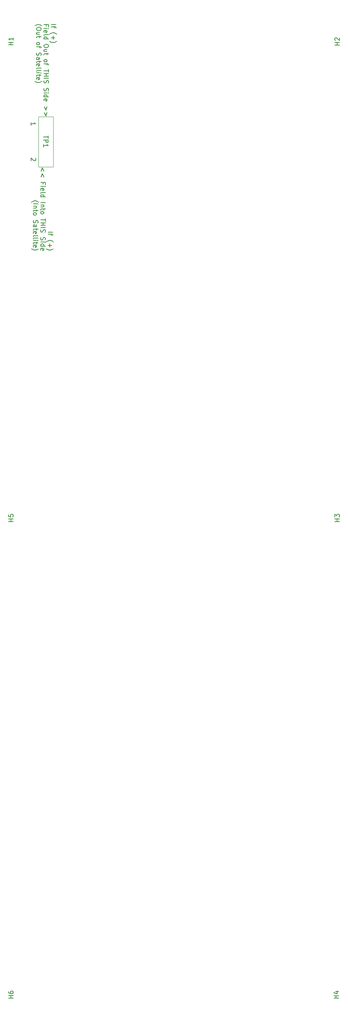
<source format=gto>
%TF.GenerationSoftware,KiCad,Pcbnew,9.0.1*%
%TF.CreationDate,2025-04-06T17:44:16-07:00*%
%TF.ProjectId,Coil_Panel_XY,436f696c-5f50-4616-9e65-6c5f58592e6b,2.2*%
%TF.SameCoordinates,Original*%
%TF.FileFunction,Legend,Top*%
%TF.FilePolarity,Positive*%
%FSLAX46Y46*%
G04 Gerber Fmt 4.6, Leading zero omitted, Abs format (unit mm)*
G04 Created by KiCad (PCBNEW 9.0.1) date 2025-04-06 17:44:16*
%MOMM*%
%LPD*%
G01*
G04 APERTURE LIST*
%ADD10C,0.150000*%
%ADD11C,0.120000*%
%ADD12C,2.600000*%
%ADD13C,3.800000*%
G04 APERTURE END LIST*
D10*
X43904068Y-20340779D02*
X44904068Y-20340779D01*
X44570735Y-20674112D02*
X44570735Y-21055064D01*
X43904068Y-20816969D02*
X44761211Y-20816969D01*
X44761211Y-20816969D02*
X44856449Y-20864588D01*
X44856449Y-20864588D02*
X44904068Y-20959826D01*
X44904068Y-20959826D02*
X44904068Y-21055064D01*
X43523116Y-22436017D02*
X43570735Y-22388398D01*
X43570735Y-22388398D02*
X43713592Y-22293160D01*
X43713592Y-22293160D02*
X43808830Y-22245541D01*
X43808830Y-22245541D02*
X43951688Y-22197922D01*
X43951688Y-22197922D02*
X44189783Y-22150303D01*
X44189783Y-22150303D02*
X44380259Y-22150303D01*
X44380259Y-22150303D02*
X44618354Y-22197922D01*
X44618354Y-22197922D02*
X44761211Y-22245541D01*
X44761211Y-22245541D02*
X44856449Y-22293160D01*
X44856449Y-22293160D02*
X44999307Y-22388398D01*
X44999307Y-22388398D02*
X45046926Y-22436017D01*
X44285021Y-22816970D02*
X44285021Y-23578875D01*
X43904068Y-23197922D02*
X44665973Y-23197922D01*
X43523116Y-23959827D02*
X43570735Y-24007446D01*
X43570735Y-24007446D02*
X43713592Y-24102684D01*
X43713592Y-24102684D02*
X43808830Y-24150303D01*
X43808830Y-24150303D02*
X43951688Y-24197922D01*
X43951688Y-24197922D02*
X44189783Y-24245541D01*
X44189783Y-24245541D02*
X44380259Y-24245541D01*
X44380259Y-24245541D02*
X44618354Y-24197922D01*
X44618354Y-24197922D02*
X44761211Y-24150303D01*
X44761211Y-24150303D02*
X44856449Y-24102684D01*
X44856449Y-24102684D02*
X44999307Y-24007446D01*
X44999307Y-24007446D02*
X45046926Y-23959827D01*
X42817934Y-20674112D02*
X42817934Y-20340779D01*
X42294124Y-20340779D02*
X43294124Y-20340779D01*
X43294124Y-20340779D02*
X43294124Y-20816969D01*
X42294124Y-21197922D02*
X42960791Y-21197922D01*
X43294124Y-21197922D02*
X43246505Y-21150303D01*
X43246505Y-21150303D02*
X43198886Y-21197922D01*
X43198886Y-21197922D02*
X43246505Y-21245541D01*
X43246505Y-21245541D02*
X43294124Y-21197922D01*
X43294124Y-21197922D02*
X43198886Y-21197922D01*
X42341744Y-22055064D02*
X42294124Y-21959826D01*
X42294124Y-21959826D02*
X42294124Y-21769350D01*
X42294124Y-21769350D02*
X42341744Y-21674112D01*
X42341744Y-21674112D02*
X42436982Y-21626493D01*
X42436982Y-21626493D02*
X42817934Y-21626493D01*
X42817934Y-21626493D02*
X42913172Y-21674112D01*
X42913172Y-21674112D02*
X42960791Y-21769350D01*
X42960791Y-21769350D02*
X42960791Y-21959826D01*
X42960791Y-21959826D02*
X42913172Y-22055064D01*
X42913172Y-22055064D02*
X42817934Y-22102683D01*
X42817934Y-22102683D02*
X42722696Y-22102683D01*
X42722696Y-22102683D02*
X42627458Y-21626493D01*
X42294124Y-22674112D02*
X42341744Y-22578874D01*
X42341744Y-22578874D02*
X42436982Y-22531255D01*
X42436982Y-22531255D02*
X43294124Y-22531255D01*
X42294124Y-23483636D02*
X43294124Y-23483636D01*
X42341744Y-23483636D02*
X42294124Y-23388398D01*
X42294124Y-23388398D02*
X42294124Y-23197922D01*
X42294124Y-23197922D02*
X42341744Y-23102684D01*
X42341744Y-23102684D02*
X42389363Y-23055065D01*
X42389363Y-23055065D02*
X42484601Y-23007446D01*
X42484601Y-23007446D02*
X42770315Y-23007446D01*
X42770315Y-23007446D02*
X42865553Y-23055065D01*
X42865553Y-23055065D02*
X42913172Y-23102684D01*
X42913172Y-23102684D02*
X42960791Y-23197922D01*
X42960791Y-23197922D02*
X42960791Y-23388398D01*
X42960791Y-23388398D02*
X42913172Y-23483636D01*
X43294124Y-24912208D02*
X43294124Y-25102684D01*
X43294124Y-25102684D02*
X43246505Y-25197922D01*
X43246505Y-25197922D02*
X43151267Y-25293160D01*
X43151267Y-25293160D02*
X42960791Y-25340779D01*
X42960791Y-25340779D02*
X42627458Y-25340779D01*
X42627458Y-25340779D02*
X42436982Y-25293160D01*
X42436982Y-25293160D02*
X42341744Y-25197922D01*
X42341744Y-25197922D02*
X42294124Y-25102684D01*
X42294124Y-25102684D02*
X42294124Y-24912208D01*
X42294124Y-24912208D02*
X42341744Y-24816970D01*
X42341744Y-24816970D02*
X42436982Y-24721732D01*
X42436982Y-24721732D02*
X42627458Y-24674113D01*
X42627458Y-24674113D02*
X42960791Y-24674113D01*
X42960791Y-24674113D02*
X43151267Y-24721732D01*
X43151267Y-24721732D02*
X43246505Y-24816970D01*
X43246505Y-24816970D02*
X43294124Y-24912208D01*
X42960791Y-26197922D02*
X42294124Y-26197922D01*
X42960791Y-25769351D02*
X42436982Y-25769351D01*
X42436982Y-25769351D02*
X42341744Y-25816970D01*
X42341744Y-25816970D02*
X42294124Y-25912208D01*
X42294124Y-25912208D02*
X42294124Y-26055065D01*
X42294124Y-26055065D02*
X42341744Y-26150303D01*
X42341744Y-26150303D02*
X42389363Y-26197922D01*
X42960791Y-26531256D02*
X42960791Y-26912208D01*
X43294124Y-26674113D02*
X42436982Y-26674113D01*
X42436982Y-26674113D02*
X42341744Y-26721732D01*
X42341744Y-26721732D02*
X42294124Y-26816970D01*
X42294124Y-26816970D02*
X42294124Y-26912208D01*
X42294124Y-28150304D02*
X42341744Y-28055066D01*
X42341744Y-28055066D02*
X42389363Y-28007447D01*
X42389363Y-28007447D02*
X42484601Y-27959828D01*
X42484601Y-27959828D02*
X42770315Y-27959828D01*
X42770315Y-27959828D02*
X42865553Y-28007447D01*
X42865553Y-28007447D02*
X42913172Y-28055066D01*
X42913172Y-28055066D02*
X42960791Y-28150304D01*
X42960791Y-28150304D02*
X42960791Y-28293161D01*
X42960791Y-28293161D02*
X42913172Y-28388399D01*
X42913172Y-28388399D02*
X42865553Y-28436018D01*
X42865553Y-28436018D02*
X42770315Y-28483637D01*
X42770315Y-28483637D02*
X42484601Y-28483637D01*
X42484601Y-28483637D02*
X42389363Y-28436018D01*
X42389363Y-28436018D02*
X42341744Y-28388399D01*
X42341744Y-28388399D02*
X42294124Y-28293161D01*
X42294124Y-28293161D02*
X42294124Y-28150304D01*
X42960791Y-28769352D02*
X42960791Y-29150304D01*
X42294124Y-28912209D02*
X43151267Y-28912209D01*
X43151267Y-28912209D02*
X43246505Y-28959828D01*
X43246505Y-28959828D02*
X43294124Y-29055066D01*
X43294124Y-29055066D02*
X43294124Y-29150304D01*
X43294124Y-30102686D02*
X43294124Y-30674114D01*
X42294124Y-30388400D02*
X43294124Y-30388400D01*
X42294124Y-31007448D02*
X43294124Y-31007448D01*
X42817934Y-31007448D02*
X42817934Y-31578876D01*
X42294124Y-31578876D02*
X43294124Y-31578876D01*
X42294124Y-32055067D02*
X43294124Y-32055067D01*
X42341744Y-32483638D02*
X42294124Y-32626495D01*
X42294124Y-32626495D02*
X42294124Y-32864590D01*
X42294124Y-32864590D02*
X42341744Y-32959828D01*
X42341744Y-32959828D02*
X42389363Y-33007447D01*
X42389363Y-33007447D02*
X42484601Y-33055066D01*
X42484601Y-33055066D02*
X42579839Y-33055066D01*
X42579839Y-33055066D02*
X42675077Y-33007447D01*
X42675077Y-33007447D02*
X42722696Y-32959828D01*
X42722696Y-32959828D02*
X42770315Y-32864590D01*
X42770315Y-32864590D02*
X42817934Y-32674114D01*
X42817934Y-32674114D02*
X42865553Y-32578876D01*
X42865553Y-32578876D02*
X42913172Y-32531257D01*
X42913172Y-32531257D02*
X43008410Y-32483638D01*
X43008410Y-32483638D02*
X43103648Y-32483638D01*
X43103648Y-32483638D02*
X43198886Y-32531257D01*
X43198886Y-32531257D02*
X43246505Y-32578876D01*
X43246505Y-32578876D02*
X43294124Y-32674114D01*
X43294124Y-32674114D02*
X43294124Y-32912209D01*
X43294124Y-32912209D02*
X43246505Y-33055066D01*
X42341744Y-34197924D02*
X42294124Y-34340781D01*
X42294124Y-34340781D02*
X42294124Y-34578876D01*
X42294124Y-34578876D02*
X42341744Y-34674114D01*
X42341744Y-34674114D02*
X42389363Y-34721733D01*
X42389363Y-34721733D02*
X42484601Y-34769352D01*
X42484601Y-34769352D02*
X42579839Y-34769352D01*
X42579839Y-34769352D02*
X42675077Y-34721733D01*
X42675077Y-34721733D02*
X42722696Y-34674114D01*
X42722696Y-34674114D02*
X42770315Y-34578876D01*
X42770315Y-34578876D02*
X42817934Y-34388400D01*
X42817934Y-34388400D02*
X42865553Y-34293162D01*
X42865553Y-34293162D02*
X42913172Y-34245543D01*
X42913172Y-34245543D02*
X43008410Y-34197924D01*
X43008410Y-34197924D02*
X43103648Y-34197924D01*
X43103648Y-34197924D02*
X43198886Y-34245543D01*
X43198886Y-34245543D02*
X43246505Y-34293162D01*
X43246505Y-34293162D02*
X43294124Y-34388400D01*
X43294124Y-34388400D02*
X43294124Y-34626495D01*
X43294124Y-34626495D02*
X43246505Y-34769352D01*
X42294124Y-35197924D02*
X42960791Y-35197924D01*
X43294124Y-35197924D02*
X43246505Y-35150305D01*
X43246505Y-35150305D02*
X43198886Y-35197924D01*
X43198886Y-35197924D02*
X43246505Y-35245543D01*
X43246505Y-35245543D02*
X43294124Y-35197924D01*
X43294124Y-35197924D02*
X43198886Y-35197924D01*
X42294124Y-36102685D02*
X43294124Y-36102685D01*
X42341744Y-36102685D02*
X42294124Y-36007447D01*
X42294124Y-36007447D02*
X42294124Y-35816971D01*
X42294124Y-35816971D02*
X42341744Y-35721733D01*
X42341744Y-35721733D02*
X42389363Y-35674114D01*
X42389363Y-35674114D02*
X42484601Y-35626495D01*
X42484601Y-35626495D02*
X42770315Y-35626495D01*
X42770315Y-35626495D02*
X42865553Y-35674114D01*
X42865553Y-35674114D02*
X42913172Y-35721733D01*
X42913172Y-35721733D02*
X42960791Y-35816971D01*
X42960791Y-35816971D02*
X42960791Y-36007447D01*
X42960791Y-36007447D02*
X42913172Y-36102685D01*
X42341744Y-36959828D02*
X42294124Y-36864590D01*
X42294124Y-36864590D02*
X42294124Y-36674114D01*
X42294124Y-36674114D02*
X42341744Y-36578876D01*
X42341744Y-36578876D02*
X42436982Y-36531257D01*
X42436982Y-36531257D02*
X42817934Y-36531257D01*
X42817934Y-36531257D02*
X42913172Y-36578876D01*
X42913172Y-36578876D02*
X42960791Y-36674114D01*
X42960791Y-36674114D02*
X42960791Y-36864590D01*
X42960791Y-36864590D02*
X42913172Y-36959828D01*
X42913172Y-36959828D02*
X42817934Y-37007447D01*
X42817934Y-37007447D02*
X42722696Y-37007447D01*
X42722696Y-37007447D02*
X42627458Y-36531257D01*
X42960791Y-38197924D02*
X42675077Y-38959829D01*
X42675077Y-38959829D02*
X42389363Y-38197924D01*
X42960791Y-39436019D02*
X42675077Y-40197924D01*
X42675077Y-40197924D02*
X42389363Y-39436019D01*
X40303228Y-20626493D02*
X40350847Y-20578874D01*
X40350847Y-20578874D02*
X40493704Y-20483636D01*
X40493704Y-20483636D02*
X40588942Y-20436017D01*
X40588942Y-20436017D02*
X40731800Y-20388398D01*
X40731800Y-20388398D02*
X40969895Y-20340779D01*
X40969895Y-20340779D02*
X41160371Y-20340779D01*
X41160371Y-20340779D02*
X41398466Y-20388398D01*
X41398466Y-20388398D02*
X41541323Y-20436017D01*
X41541323Y-20436017D02*
X41636561Y-20483636D01*
X41636561Y-20483636D02*
X41779419Y-20578874D01*
X41779419Y-20578874D02*
X41827038Y-20626493D01*
X41684180Y-21197922D02*
X41684180Y-21388398D01*
X41684180Y-21388398D02*
X41636561Y-21483636D01*
X41636561Y-21483636D02*
X41541323Y-21578874D01*
X41541323Y-21578874D02*
X41350847Y-21626493D01*
X41350847Y-21626493D02*
X41017514Y-21626493D01*
X41017514Y-21626493D02*
X40827038Y-21578874D01*
X40827038Y-21578874D02*
X40731800Y-21483636D01*
X40731800Y-21483636D02*
X40684180Y-21388398D01*
X40684180Y-21388398D02*
X40684180Y-21197922D01*
X40684180Y-21197922D02*
X40731800Y-21102684D01*
X40731800Y-21102684D02*
X40827038Y-21007446D01*
X40827038Y-21007446D02*
X41017514Y-20959827D01*
X41017514Y-20959827D02*
X41350847Y-20959827D01*
X41350847Y-20959827D02*
X41541323Y-21007446D01*
X41541323Y-21007446D02*
X41636561Y-21102684D01*
X41636561Y-21102684D02*
X41684180Y-21197922D01*
X41350847Y-22483636D02*
X40684180Y-22483636D01*
X41350847Y-22055065D02*
X40827038Y-22055065D01*
X40827038Y-22055065D02*
X40731800Y-22102684D01*
X40731800Y-22102684D02*
X40684180Y-22197922D01*
X40684180Y-22197922D02*
X40684180Y-22340779D01*
X40684180Y-22340779D02*
X40731800Y-22436017D01*
X40731800Y-22436017D02*
X40779419Y-22483636D01*
X41350847Y-22816970D02*
X41350847Y-23197922D01*
X41684180Y-22959827D02*
X40827038Y-22959827D01*
X40827038Y-22959827D02*
X40731800Y-23007446D01*
X40731800Y-23007446D02*
X40684180Y-23102684D01*
X40684180Y-23102684D02*
X40684180Y-23197922D01*
X40684180Y-24436018D02*
X40731800Y-24340780D01*
X40731800Y-24340780D02*
X40779419Y-24293161D01*
X40779419Y-24293161D02*
X40874657Y-24245542D01*
X40874657Y-24245542D02*
X41160371Y-24245542D01*
X41160371Y-24245542D02*
X41255609Y-24293161D01*
X41255609Y-24293161D02*
X41303228Y-24340780D01*
X41303228Y-24340780D02*
X41350847Y-24436018D01*
X41350847Y-24436018D02*
X41350847Y-24578875D01*
X41350847Y-24578875D02*
X41303228Y-24674113D01*
X41303228Y-24674113D02*
X41255609Y-24721732D01*
X41255609Y-24721732D02*
X41160371Y-24769351D01*
X41160371Y-24769351D02*
X40874657Y-24769351D01*
X40874657Y-24769351D02*
X40779419Y-24721732D01*
X40779419Y-24721732D02*
X40731800Y-24674113D01*
X40731800Y-24674113D02*
X40684180Y-24578875D01*
X40684180Y-24578875D02*
X40684180Y-24436018D01*
X41350847Y-25055066D02*
X41350847Y-25436018D01*
X40684180Y-25197923D02*
X41541323Y-25197923D01*
X41541323Y-25197923D02*
X41636561Y-25245542D01*
X41636561Y-25245542D02*
X41684180Y-25340780D01*
X41684180Y-25340780D02*
X41684180Y-25436018D01*
X40731800Y-26483638D02*
X40684180Y-26626495D01*
X40684180Y-26626495D02*
X40684180Y-26864590D01*
X40684180Y-26864590D02*
X40731800Y-26959828D01*
X40731800Y-26959828D02*
X40779419Y-27007447D01*
X40779419Y-27007447D02*
X40874657Y-27055066D01*
X40874657Y-27055066D02*
X40969895Y-27055066D01*
X40969895Y-27055066D02*
X41065133Y-27007447D01*
X41065133Y-27007447D02*
X41112752Y-26959828D01*
X41112752Y-26959828D02*
X41160371Y-26864590D01*
X41160371Y-26864590D02*
X41207990Y-26674114D01*
X41207990Y-26674114D02*
X41255609Y-26578876D01*
X41255609Y-26578876D02*
X41303228Y-26531257D01*
X41303228Y-26531257D02*
X41398466Y-26483638D01*
X41398466Y-26483638D02*
X41493704Y-26483638D01*
X41493704Y-26483638D02*
X41588942Y-26531257D01*
X41588942Y-26531257D02*
X41636561Y-26578876D01*
X41636561Y-26578876D02*
X41684180Y-26674114D01*
X41684180Y-26674114D02*
X41684180Y-26912209D01*
X41684180Y-26912209D02*
X41636561Y-27055066D01*
X40684180Y-27912209D02*
X41207990Y-27912209D01*
X41207990Y-27912209D02*
X41303228Y-27864590D01*
X41303228Y-27864590D02*
X41350847Y-27769352D01*
X41350847Y-27769352D02*
X41350847Y-27578876D01*
X41350847Y-27578876D02*
X41303228Y-27483638D01*
X40731800Y-27912209D02*
X40684180Y-27816971D01*
X40684180Y-27816971D02*
X40684180Y-27578876D01*
X40684180Y-27578876D02*
X40731800Y-27483638D01*
X40731800Y-27483638D02*
X40827038Y-27436019D01*
X40827038Y-27436019D02*
X40922276Y-27436019D01*
X40922276Y-27436019D02*
X41017514Y-27483638D01*
X41017514Y-27483638D02*
X41065133Y-27578876D01*
X41065133Y-27578876D02*
X41065133Y-27816971D01*
X41065133Y-27816971D02*
X41112752Y-27912209D01*
X41350847Y-28245543D02*
X41350847Y-28626495D01*
X41684180Y-28388400D02*
X40827038Y-28388400D01*
X40827038Y-28388400D02*
X40731800Y-28436019D01*
X40731800Y-28436019D02*
X40684180Y-28531257D01*
X40684180Y-28531257D02*
X40684180Y-28626495D01*
X40731800Y-29340781D02*
X40684180Y-29245543D01*
X40684180Y-29245543D02*
X40684180Y-29055067D01*
X40684180Y-29055067D02*
X40731800Y-28959829D01*
X40731800Y-28959829D02*
X40827038Y-28912210D01*
X40827038Y-28912210D02*
X41207990Y-28912210D01*
X41207990Y-28912210D02*
X41303228Y-28959829D01*
X41303228Y-28959829D02*
X41350847Y-29055067D01*
X41350847Y-29055067D02*
X41350847Y-29245543D01*
X41350847Y-29245543D02*
X41303228Y-29340781D01*
X41303228Y-29340781D02*
X41207990Y-29388400D01*
X41207990Y-29388400D02*
X41112752Y-29388400D01*
X41112752Y-29388400D02*
X41017514Y-28912210D01*
X40684180Y-29959829D02*
X40731800Y-29864591D01*
X40731800Y-29864591D02*
X40827038Y-29816972D01*
X40827038Y-29816972D02*
X41684180Y-29816972D01*
X40684180Y-30483639D02*
X40731800Y-30388401D01*
X40731800Y-30388401D02*
X40827038Y-30340782D01*
X40827038Y-30340782D02*
X41684180Y-30340782D01*
X40684180Y-30864592D02*
X41350847Y-30864592D01*
X41684180Y-30864592D02*
X41636561Y-30816973D01*
X41636561Y-30816973D02*
X41588942Y-30864592D01*
X41588942Y-30864592D02*
X41636561Y-30912211D01*
X41636561Y-30912211D02*
X41684180Y-30864592D01*
X41684180Y-30864592D02*
X41588942Y-30864592D01*
X41350847Y-31197925D02*
X41350847Y-31578877D01*
X41684180Y-31340782D02*
X40827038Y-31340782D01*
X40827038Y-31340782D02*
X40731800Y-31388401D01*
X40731800Y-31388401D02*
X40684180Y-31483639D01*
X40684180Y-31483639D02*
X40684180Y-31578877D01*
X40731800Y-32293163D02*
X40684180Y-32197925D01*
X40684180Y-32197925D02*
X40684180Y-32007449D01*
X40684180Y-32007449D02*
X40731800Y-31912211D01*
X40731800Y-31912211D02*
X40827038Y-31864592D01*
X40827038Y-31864592D02*
X41207990Y-31864592D01*
X41207990Y-31864592D02*
X41303228Y-31912211D01*
X41303228Y-31912211D02*
X41350847Y-32007449D01*
X41350847Y-32007449D02*
X41350847Y-32197925D01*
X41350847Y-32197925D02*
X41303228Y-32293163D01*
X41303228Y-32293163D02*
X41207990Y-32340782D01*
X41207990Y-32340782D02*
X41112752Y-32340782D01*
X41112752Y-32340782D02*
X41017514Y-31864592D01*
X40303228Y-32674116D02*
X40350847Y-32721735D01*
X40350847Y-32721735D02*
X40493704Y-32816973D01*
X40493704Y-32816973D02*
X40588942Y-32864592D01*
X40588942Y-32864592D02*
X40731800Y-32912211D01*
X40731800Y-32912211D02*
X40969895Y-32959830D01*
X40969895Y-32959830D02*
X41160371Y-32959830D01*
X41160371Y-32959830D02*
X41398466Y-32912211D01*
X41398466Y-32912211D02*
X41541323Y-32864592D01*
X41541323Y-32864592D02*
X41636561Y-32816973D01*
X41636561Y-32816973D02*
X41779419Y-32721735D01*
X41779419Y-32721735D02*
X41827038Y-32674116D01*
X40438942Y-49421529D02*
X40486561Y-49469148D01*
X40486561Y-49469148D02*
X40534180Y-49564386D01*
X40534180Y-49564386D02*
X40534180Y-49802481D01*
X40534180Y-49802481D02*
X40486561Y-49897719D01*
X40486561Y-49897719D02*
X40438942Y-49945338D01*
X40438942Y-49945338D02*
X40343704Y-49992957D01*
X40343704Y-49992957D02*
X40248466Y-49992957D01*
X40248466Y-49992957D02*
X40105609Y-49945338D01*
X40105609Y-49945338D02*
X39534180Y-49373910D01*
X39534180Y-49373910D02*
X39534180Y-49992957D01*
X43204068Y-65532458D02*
X44204068Y-65532458D01*
X43870735Y-65865791D02*
X43870735Y-66246743D01*
X43204068Y-66008648D02*
X44061211Y-66008648D01*
X44061211Y-66008648D02*
X44156449Y-66056267D01*
X44156449Y-66056267D02*
X44204068Y-66151505D01*
X44204068Y-66151505D02*
X44204068Y-66246743D01*
X42823116Y-67627696D02*
X42870735Y-67580077D01*
X42870735Y-67580077D02*
X43013592Y-67484839D01*
X43013592Y-67484839D02*
X43108830Y-67437220D01*
X43108830Y-67437220D02*
X43251688Y-67389601D01*
X43251688Y-67389601D02*
X43489783Y-67341982D01*
X43489783Y-67341982D02*
X43680259Y-67341982D01*
X43680259Y-67341982D02*
X43918354Y-67389601D01*
X43918354Y-67389601D02*
X44061211Y-67437220D01*
X44061211Y-67437220D02*
X44156449Y-67484839D01*
X44156449Y-67484839D02*
X44299307Y-67580077D01*
X44299307Y-67580077D02*
X44346926Y-67627696D01*
X43585021Y-68008649D02*
X43585021Y-68770554D01*
X43204068Y-68389601D02*
X43965973Y-68389601D01*
X42823116Y-69151506D02*
X42870735Y-69199125D01*
X42870735Y-69199125D02*
X43013592Y-69294363D01*
X43013592Y-69294363D02*
X43108830Y-69341982D01*
X43108830Y-69341982D02*
X43251688Y-69389601D01*
X43251688Y-69389601D02*
X43489783Y-69437220D01*
X43489783Y-69437220D02*
X43680259Y-69437220D01*
X43680259Y-69437220D02*
X43918354Y-69389601D01*
X43918354Y-69389601D02*
X44061211Y-69341982D01*
X44061211Y-69341982D02*
X44156449Y-69294363D01*
X44156449Y-69294363D02*
X44299307Y-69199125D01*
X44299307Y-69199125D02*
X44346926Y-69151506D01*
X42260791Y-52246744D02*
X41975077Y-51484839D01*
X41975077Y-51484839D02*
X41689363Y-52246744D01*
X42260791Y-53484839D02*
X41975077Y-52722934D01*
X41975077Y-52722934D02*
X41689363Y-53484839D01*
X42117934Y-55056267D02*
X42117934Y-54722934D01*
X41594124Y-54722934D02*
X42594124Y-54722934D01*
X42594124Y-54722934D02*
X42594124Y-55199124D01*
X41594124Y-55580077D02*
X42260791Y-55580077D01*
X42594124Y-55580077D02*
X42546505Y-55532458D01*
X42546505Y-55532458D02*
X42498886Y-55580077D01*
X42498886Y-55580077D02*
X42546505Y-55627696D01*
X42546505Y-55627696D02*
X42594124Y-55580077D01*
X42594124Y-55580077D02*
X42498886Y-55580077D01*
X41641744Y-56437219D02*
X41594124Y-56341981D01*
X41594124Y-56341981D02*
X41594124Y-56151505D01*
X41594124Y-56151505D02*
X41641744Y-56056267D01*
X41641744Y-56056267D02*
X41736982Y-56008648D01*
X41736982Y-56008648D02*
X42117934Y-56008648D01*
X42117934Y-56008648D02*
X42213172Y-56056267D01*
X42213172Y-56056267D02*
X42260791Y-56151505D01*
X42260791Y-56151505D02*
X42260791Y-56341981D01*
X42260791Y-56341981D02*
X42213172Y-56437219D01*
X42213172Y-56437219D02*
X42117934Y-56484838D01*
X42117934Y-56484838D02*
X42022696Y-56484838D01*
X42022696Y-56484838D02*
X41927458Y-56008648D01*
X41594124Y-57056267D02*
X41641744Y-56961029D01*
X41641744Y-56961029D02*
X41736982Y-56913410D01*
X41736982Y-56913410D02*
X42594124Y-56913410D01*
X41594124Y-57865791D02*
X42594124Y-57865791D01*
X41641744Y-57865791D02*
X41594124Y-57770553D01*
X41594124Y-57770553D02*
X41594124Y-57580077D01*
X41594124Y-57580077D02*
X41641744Y-57484839D01*
X41641744Y-57484839D02*
X41689363Y-57437220D01*
X41689363Y-57437220D02*
X41784601Y-57389601D01*
X41784601Y-57389601D02*
X42070315Y-57389601D01*
X42070315Y-57389601D02*
X42165553Y-57437220D01*
X42165553Y-57437220D02*
X42213172Y-57484839D01*
X42213172Y-57484839D02*
X42260791Y-57580077D01*
X42260791Y-57580077D02*
X42260791Y-57770553D01*
X42260791Y-57770553D02*
X42213172Y-57865791D01*
X41594124Y-59103887D02*
X42594124Y-59103887D01*
X42260791Y-59580077D02*
X41594124Y-59580077D01*
X42165553Y-59580077D02*
X42213172Y-59627696D01*
X42213172Y-59627696D02*
X42260791Y-59722934D01*
X42260791Y-59722934D02*
X42260791Y-59865791D01*
X42260791Y-59865791D02*
X42213172Y-59961029D01*
X42213172Y-59961029D02*
X42117934Y-60008648D01*
X42117934Y-60008648D02*
X41594124Y-60008648D01*
X42260791Y-60341982D02*
X42260791Y-60722934D01*
X42594124Y-60484839D02*
X41736982Y-60484839D01*
X41736982Y-60484839D02*
X41641744Y-60532458D01*
X41641744Y-60532458D02*
X41594124Y-60627696D01*
X41594124Y-60627696D02*
X41594124Y-60722934D01*
X41594124Y-61199125D02*
X41641744Y-61103887D01*
X41641744Y-61103887D02*
X41689363Y-61056268D01*
X41689363Y-61056268D02*
X41784601Y-61008649D01*
X41784601Y-61008649D02*
X42070315Y-61008649D01*
X42070315Y-61008649D02*
X42165553Y-61056268D01*
X42165553Y-61056268D02*
X42213172Y-61103887D01*
X42213172Y-61103887D02*
X42260791Y-61199125D01*
X42260791Y-61199125D02*
X42260791Y-61341982D01*
X42260791Y-61341982D02*
X42213172Y-61437220D01*
X42213172Y-61437220D02*
X42165553Y-61484839D01*
X42165553Y-61484839D02*
X42070315Y-61532458D01*
X42070315Y-61532458D02*
X41784601Y-61532458D01*
X41784601Y-61532458D02*
X41689363Y-61484839D01*
X41689363Y-61484839D02*
X41641744Y-61437220D01*
X41641744Y-61437220D02*
X41594124Y-61341982D01*
X41594124Y-61341982D02*
X41594124Y-61199125D01*
X42594124Y-62580078D02*
X42594124Y-63151506D01*
X41594124Y-62865792D02*
X42594124Y-62865792D01*
X41594124Y-63484840D02*
X42594124Y-63484840D01*
X42117934Y-63484840D02*
X42117934Y-64056268D01*
X41594124Y-64056268D02*
X42594124Y-64056268D01*
X41594124Y-64532459D02*
X42594124Y-64532459D01*
X41641744Y-64961030D02*
X41594124Y-65103887D01*
X41594124Y-65103887D02*
X41594124Y-65341982D01*
X41594124Y-65341982D02*
X41641744Y-65437220D01*
X41641744Y-65437220D02*
X41689363Y-65484839D01*
X41689363Y-65484839D02*
X41784601Y-65532458D01*
X41784601Y-65532458D02*
X41879839Y-65532458D01*
X41879839Y-65532458D02*
X41975077Y-65484839D01*
X41975077Y-65484839D02*
X42022696Y-65437220D01*
X42022696Y-65437220D02*
X42070315Y-65341982D01*
X42070315Y-65341982D02*
X42117934Y-65151506D01*
X42117934Y-65151506D02*
X42165553Y-65056268D01*
X42165553Y-65056268D02*
X42213172Y-65008649D01*
X42213172Y-65008649D02*
X42308410Y-64961030D01*
X42308410Y-64961030D02*
X42403648Y-64961030D01*
X42403648Y-64961030D02*
X42498886Y-65008649D01*
X42498886Y-65008649D02*
X42546505Y-65056268D01*
X42546505Y-65056268D02*
X42594124Y-65151506D01*
X42594124Y-65151506D02*
X42594124Y-65389601D01*
X42594124Y-65389601D02*
X42546505Y-65532458D01*
X41641744Y-66675316D02*
X41594124Y-66818173D01*
X41594124Y-66818173D02*
X41594124Y-67056268D01*
X41594124Y-67056268D02*
X41641744Y-67151506D01*
X41641744Y-67151506D02*
X41689363Y-67199125D01*
X41689363Y-67199125D02*
X41784601Y-67246744D01*
X41784601Y-67246744D02*
X41879839Y-67246744D01*
X41879839Y-67246744D02*
X41975077Y-67199125D01*
X41975077Y-67199125D02*
X42022696Y-67151506D01*
X42022696Y-67151506D02*
X42070315Y-67056268D01*
X42070315Y-67056268D02*
X42117934Y-66865792D01*
X42117934Y-66865792D02*
X42165553Y-66770554D01*
X42165553Y-66770554D02*
X42213172Y-66722935D01*
X42213172Y-66722935D02*
X42308410Y-66675316D01*
X42308410Y-66675316D02*
X42403648Y-66675316D01*
X42403648Y-66675316D02*
X42498886Y-66722935D01*
X42498886Y-66722935D02*
X42546505Y-66770554D01*
X42546505Y-66770554D02*
X42594124Y-66865792D01*
X42594124Y-66865792D02*
X42594124Y-67103887D01*
X42594124Y-67103887D02*
X42546505Y-67246744D01*
X41594124Y-67675316D02*
X42260791Y-67675316D01*
X42594124Y-67675316D02*
X42546505Y-67627697D01*
X42546505Y-67627697D02*
X42498886Y-67675316D01*
X42498886Y-67675316D02*
X42546505Y-67722935D01*
X42546505Y-67722935D02*
X42594124Y-67675316D01*
X42594124Y-67675316D02*
X42498886Y-67675316D01*
X41594124Y-68580077D02*
X42594124Y-68580077D01*
X41641744Y-68580077D02*
X41594124Y-68484839D01*
X41594124Y-68484839D02*
X41594124Y-68294363D01*
X41594124Y-68294363D02*
X41641744Y-68199125D01*
X41641744Y-68199125D02*
X41689363Y-68151506D01*
X41689363Y-68151506D02*
X41784601Y-68103887D01*
X41784601Y-68103887D02*
X42070315Y-68103887D01*
X42070315Y-68103887D02*
X42165553Y-68151506D01*
X42165553Y-68151506D02*
X42213172Y-68199125D01*
X42213172Y-68199125D02*
X42260791Y-68294363D01*
X42260791Y-68294363D02*
X42260791Y-68484839D01*
X42260791Y-68484839D02*
X42213172Y-68580077D01*
X41641744Y-69437220D02*
X41594124Y-69341982D01*
X41594124Y-69341982D02*
X41594124Y-69151506D01*
X41594124Y-69151506D02*
X41641744Y-69056268D01*
X41641744Y-69056268D02*
X41736982Y-69008649D01*
X41736982Y-69008649D02*
X42117934Y-69008649D01*
X42117934Y-69008649D02*
X42213172Y-69056268D01*
X42213172Y-69056268D02*
X42260791Y-69151506D01*
X42260791Y-69151506D02*
X42260791Y-69341982D01*
X42260791Y-69341982D02*
X42213172Y-69437220D01*
X42213172Y-69437220D02*
X42117934Y-69484839D01*
X42117934Y-69484839D02*
X42022696Y-69484839D01*
X42022696Y-69484839D02*
X41927458Y-69008649D01*
X39603228Y-59008646D02*
X39650847Y-58961027D01*
X39650847Y-58961027D02*
X39793704Y-58865789D01*
X39793704Y-58865789D02*
X39888942Y-58818170D01*
X39888942Y-58818170D02*
X40031800Y-58770551D01*
X40031800Y-58770551D02*
X40269895Y-58722932D01*
X40269895Y-58722932D02*
X40460371Y-58722932D01*
X40460371Y-58722932D02*
X40698466Y-58770551D01*
X40698466Y-58770551D02*
X40841323Y-58818170D01*
X40841323Y-58818170D02*
X40936561Y-58865789D01*
X40936561Y-58865789D02*
X41079419Y-58961027D01*
X41079419Y-58961027D02*
X41127038Y-59008646D01*
X39984180Y-59389599D02*
X40984180Y-59389599D01*
X40650847Y-59865789D02*
X39984180Y-59865789D01*
X40555609Y-59865789D02*
X40603228Y-59913408D01*
X40603228Y-59913408D02*
X40650847Y-60008646D01*
X40650847Y-60008646D02*
X40650847Y-60151503D01*
X40650847Y-60151503D02*
X40603228Y-60246741D01*
X40603228Y-60246741D02*
X40507990Y-60294360D01*
X40507990Y-60294360D02*
X39984180Y-60294360D01*
X40650847Y-60627694D02*
X40650847Y-61008646D01*
X40984180Y-60770551D02*
X40127038Y-60770551D01*
X40127038Y-60770551D02*
X40031800Y-60818170D01*
X40031800Y-60818170D02*
X39984180Y-60913408D01*
X39984180Y-60913408D02*
X39984180Y-61008646D01*
X39984180Y-61484837D02*
X40031800Y-61389599D01*
X40031800Y-61389599D02*
X40079419Y-61341980D01*
X40079419Y-61341980D02*
X40174657Y-61294361D01*
X40174657Y-61294361D02*
X40460371Y-61294361D01*
X40460371Y-61294361D02*
X40555609Y-61341980D01*
X40555609Y-61341980D02*
X40603228Y-61389599D01*
X40603228Y-61389599D02*
X40650847Y-61484837D01*
X40650847Y-61484837D02*
X40650847Y-61627694D01*
X40650847Y-61627694D02*
X40603228Y-61722932D01*
X40603228Y-61722932D02*
X40555609Y-61770551D01*
X40555609Y-61770551D02*
X40460371Y-61818170D01*
X40460371Y-61818170D02*
X40174657Y-61818170D01*
X40174657Y-61818170D02*
X40079419Y-61770551D01*
X40079419Y-61770551D02*
X40031800Y-61722932D01*
X40031800Y-61722932D02*
X39984180Y-61627694D01*
X39984180Y-61627694D02*
X39984180Y-61484837D01*
X40031800Y-62961028D02*
X39984180Y-63103885D01*
X39984180Y-63103885D02*
X39984180Y-63341980D01*
X39984180Y-63341980D02*
X40031800Y-63437218D01*
X40031800Y-63437218D02*
X40079419Y-63484837D01*
X40079419Y-63484837D02*
X40174657Y-63532456D01*
X40174657Y-63532456D02*
X40269895Y-63532456D01*
X40269895Y-63532456D02*
X40365133Y-63484837D01*
X40365133Y-63484837D02*
X40412752Y-63437218D01*
X40412752Y-63437218D02*
X40460371Y-63341980D01*
X40460371Y-63341980D02*
X40507990Y-63151504D01*
X40507990Y-63151504D02*
X40555609Y-63056266D01*
X40555609Y-63056266D02*
X40603228Y-63008647D01*
X40603228Y-63008647D02*
X40698466Y-62961028D01*
X40698466Y-62961028D02*
X40793704Y-62961028D01*
X40793704Y-62961028D02*
X40888942Y-63008647D01*
X40888942Y-63008647D02*
X40936561Y-63056266D01*
X40936561Y-63056266D02*
X40984180Y-63151504D01*
X40984180Y-63151504D02*
X40984180Y-63389599D01*
X40984180Y-63389599D02*
X40936561Y-63532456D01*
X39984180Y-64389599D02*
X40507990Y-64389599D01*
X40507990Y-64389599D02*
X40603228Y-64341980D01*
X40603228Y-64341980D02*
X40650847Y-64246742D01*
X40650847Y-64246742D02*
X40650847Y-64056266D01*
X40650847Y-64056266D02*
X40603228Y-63961028D01*
X40031800Y-64389599D02*
X39984180Y-64294361D01*
X39984180Y-64294361D02*
X39984180Y-64056266D01*
X39984180Y-64056266D02*
X40031800Y-63961028D01*
X40031800Y-63961028D02*
X40127038Y-63913409D01*
X40127038Y-63913409D02*
X40222276Y-63913409D01*
X40222276Y-63913409D02*
X40317514Y-63961028D01*
X40317514Y-63961028D02*
X40365133Y-64056266D01*
X40365133Y-64056266D02*
X40365133Y-64294361D01*
X40365133Y-64294361D02*
X40412752Y-64389599D01*
X40650847Y-64722933D02*
X40650847Y-65103885D01*
X40984180Y-64865790D02*
X40127038Y-64865790D01*
X40127038Y-64865790D02*
X40031800Y-64913409D01*
X40031800Y-64913409D02*
X39984180Y-65008647D01*
X39984180Y-65008647D02*
X39984180Y-65103885D01*
X40031800Y-65818171D02*
X39984180Y-65722933D01*
X39984180Y-65722933D02*
X39984180Y-65532457D01*
X39984180Y-65532457D02*
X40031800Y-65437219D01*
X40031800Y-65437219D02*
X40127038Y-65389600D01*
X40127038Y-65389600D02*
X40507990Y-65389600D01*
X40507990Y-65389600D02*
X40603228Y-65437219D01*
X40603228Y-65437219D02*
X40650847Y-65532457D01*
X40650847Y-65532457D02*
X40650847Y-65722933D01*
X40650847Y-65722933D02*
X40603228Y-65818171D01*
X40603228Y-65818171D02*
X40507990Y-65865790D01*
X40507990Y-65865790D02*
X40412752Y-65865790D01*
X40412752Y-65865790D02*
X40317514Y-65389600D01*
X39984180Y-66437219D02*
X40031800Y-66341981D01*
X40031800Y-66341981D02*
X40127038Y-66294362D01*
X40127038Y-66294362D02*
X40984180Y-66294362D01*
X39984180Y-66961029D02*
X40031800Y-66865791D01*
X40031800Y-66865791D02*
X40127038Y-66818172D01*
X40127038Y-66818172D02*
X40984180Y-66818172D01*
X39984180Y-67341982D02*
X40650847Y-67341982D01*
X40984180Y-67341982D02*
X40936561Y-67294363D01*
X40936561Y-67294363D02*
X40888942Y-67341982D01*
X40888942Y-67341982D02*
X40936561Y-67389601D01*
X40936561Y-67389601D02*
X40984180Y-67341982D01*
X40984180Y-67341982D02*
X40888942Y-67341982D01*
X40650847Y-67675315D02*
X40650847Y-68056267D01*
X40984180Y-67818172D02*
X40127038Y-67818172D01*
X40127038Y-67818172D02*
X40031800Y-67865791D01*
X40031800Y-67865791D02*
X39984180Y-67961029D01*
X39984180Y-67961029D02*
X39984180Y-68056267D01*
X40031800Y-68770553D02*
X39984180Y-68675315D01*
X39984180Y-68675315D02*
X39984180Y-68484839D01*
X39984180Y-68484839D02*
X40031800Y-68389601D01*
X40031800Y-68389601D02*
X40127038Y-68341982D01*
X40127038Y-68341982D02*
X40507990Y-68341982D01*
X40507990Y-68341982D02*
X40603228Y-68389601D01*
X40603228Y-68389601D02*
X40650847Y-68484839D01*
X40650847Y-68484839D02*
X40650847Y-68675315D01*
X40650847Y-68675315D02*
X40603228Y-68770553D01*
X40603228Y-68770553D02*
X40507990Y-68818172D01*
X40507990Y-68818172D02*
X40412752Y-68818172D01*
X40412752Y-68818172D02*
X40317514Y-68341982D01*
X39603228Y-69151506D02*
X39650847Y-69199125D01*
X39650847Y-69199125D02*
X39793704Y-69294363D01*
X39793704Y-69294363D02*
X39888942Y-69341982D01*
X39888942Y-69341982D02*
X40031800Y-69389601D01*
X40031800Y-69389601D02*
X40269895Y-69437220D01*
X40269895Y-69437220D02*
X40460371Y-69437220D01*
X40460371Y-69437220D02*
X40698466Y-69389601D01*
X40698466Y-69389601D02*
X40841323Y-69341982D01*
X40841323Y-69341982D02*
X40936561Y-69294363D01*
X40936561Y-69294363D02*
X41079419Y-69199125D01*
X41079419Y-69199125D02*
X41127038Y-69151506D01*
X39525967Y-42226930D02*
X39525967Y-41655502D01*
X39525967Y-41941216D02*
X40525967Y-41941216D01*
X40525967Y-41941216D02*
X40383110Y-41845978D01*
X40383110Y-41845978D02*
X40287872Y-41750740D01*
X40287872Y-41750740D02*
X40240253Y-41655502D01*
X106716819Y-24794273D02*
X105716819Y-24794273D01*
X106193009Y-24794273D02*
X106193009Y-24222845D01*
X106716819Y-24222845D02*
X105716819Y-24222845D01*
X105812057Y-23794273D02*
X105764438Y-23746654D01*
X105764438Y-23746654D02*
X105716819Y-23651416D01*
X105716819Y-23651416D02*
X105716819Y-23413321D01*
X105716819Y-23413321D02*
X105764438Y-23318083D01*
X105764438Y-23318083D02*
X105812057Y-23270464D01*
X105812057Y-23270464D02*
X105907295Y-23222845D01*
X105907295Y-23222845D02*
X106002533Y-23222845D01*
X106002533Y-23222845D02*
X106145390Y-23270464D01*
X106145390Y-23270464D02*
X106716819Y-23841892D01*
X106716819Y-23841892D02*
X106716819Y-23222845D01*
X43245180Y-44538095D02*
X43245180Y-45109523D01*
X42245180Y-44823809D02*
X43245180Y-44823809D01*
X42245180Y-45442857D02*
X43245180Y-45442857D01*
X43245180Y-45442857D02*
X43245180Y-45823809D01*
X43245180Y-45823809D02*
X43197561Y-45919047D01*
X43197561Y-45919047D02*
X43149942Y-45966666D01*
X43149942Y-45966666D02*
X43054704Y-46014285D01*
X43054704Y-46014285D02*
X42911847Y-46014285D01*
X42911847Y-46014285D02*
X42816609Y-45966666D01*
X42816609Y-45966666D02*
X42768990Y-45919047D01*
X42768990Y-45919047D02*
X42721371Y-45823809D01*
X42721371Y-45823809D02*
X42721371Y-45442857D01*
X42245180Y-46966666D02*
X42245180Y-46395238D01*
X42245180Y-46680952D02*
X43245180Y-46680952D01*
X43245180Y-46680952D02*
X43102323Y-46585714D01*
X43102323Y-46585714D02*
X43007085Y-46490476D01*
X43007085Y-46490476D02*
X42959466Y-46395238D01*
X106716819Y-128511904D02*
X105716819Y-128511904D01*
X106193009Y-128511904D02*
X106193009Y-127940476D01*
X106716819Y-127940476D02*
X105716819Y-127940476D01*
X105716819Y-127559523D02*
X105716819Y-126940476D01*
X105716819Y-126940476D02*
X106097771Y-127273809D01*
X106097771Y-127273809D02*
X106097771Y-127130952D01*
X106097771Y-127130952D02*
X106145390Y-127035714D01*
X106145390Y-127035714D02*
X106193009Y-126988095D01*
X106193009Y-126988095D02*
X106288247Y-126940476D01*
X106288247Y-126940476D02*
X106526342Y-126940476D01*
X106526342Y-126940476D02*
X106621580Y-126988095D01*
X106621580Y-126988095D02*
X106669200Y-127035714D01*
X106669200Y-127035714D02*
X106716819Y-127130952D01*
X106716819Y-127130952D02*
X106716819Y-127416666D01*
X106716819Y-127416666D02*
X106669200Y-127511904D01*
X106669200Y-127511904D02*
X106621580Y-127559523D01*
X35604819Y-232261904D02*
X34604819Y-232261904D01*
X35081009Y-232261904D02*
X35081009Y-231690476D01*
X35604819Y-231690476D02*
X34604819Y-231690476D01*
X34604819Y-230785714D02*
X34604819Y-230976190D01*
X34604819Y-230976190D02*
X34652438Y-231071428D01*
X34652438Y-231071428D02*
X34700057Y-231119047D01*
X34700057Y-231119047D02*
X34842914Y-231214285D01*
X34842914Y-231214285D02*
X35033390Y-231261904D01*
X35033390Y-231261904D02*
X35414342Y-231261904D01*
X35414342Y-231261904D02*
X35509580Y-231214285D01*
X35509580Y-231214285D02*
X35557200Y-231166666D01*
X35557200Y-231166666D02*
X35604819Y-231071428D01*
X35604819Y-231071428D02*
X35604819Y-230880952D01*
X35604819Y-230880952D02*
X35557200Y-230785714D01*
X35557200Y-230785714D02*
X35509580Y-230738095D01*
X35509580Y-230738095D02*
X35414342Y-230690476D01*
X35414342Y-230690476D02*
X35176247Y-230690476D01*
X35176247Y-230690476D02*
X35081009Y-230738095D01*
X35081009Y-230738095D02*
X35033390Y-230785714D01*
X35033390Y-230785714D02*
X34985771Y-230880952D01*
X34985771Y-230880952D02*
X34985771Y-231071428D01*
X34985771Y-231071428D02*
X35033390Y-231166666D01*
X35033390Y-231166666D02*
X35081009Y-231214285D01*
X35081009Y-231214285D02*
X35176247Y-231261904D01*
X35604819Y-128511904D02*
X34604819Y-128511904D01*
X35081009Y-128511904D02*
X35081009Y-127940476D01*
X35604819Y-127940476D02*
X34604819Y-127940476D01*
X34604819Y-126988095D02*
X34604819Y-127464285D01*
X34604819Y-127464285D02*
X35081009Y-127511904D01*
X35081009Y-127511904D02*
X35033390Y-127464285D01*
X35033390Y-127464285D02*
X34985771Y-127369047D01*
X34985771Y-127369047D02*
X34985771Y-127130952D01*
X34985771Y-127130952D02*
X35033390Y-127035714D01*
X35033390Y-127035714D02*
X35081009Y-126988095D01*
X35081009Y-126988095D02*
X35176247Y-126940476D01*
X35176247Y-126940476D02*
X35414342Y-126940476D01*
X35414342Y-126940476D02*
X35509580Y-126988095D01*
X35509580Y-126988095D02*
X35557200Y-127035714D01*
X35557200Y-127035714D02*
X35604819Y-127130952D01*
X35604819Y-127130952D02*
X35604819Y-127369047D01*
X35604819Y-127369047D02*
X35557200Y-127464285D01*
X35557200Y-127464285D02*
X35509580Y-127511904D01*
X35604819Y-24761904D02*
X34604819Y-24761904D01*
X35081009Y-24761904D02*
X35081009Y-24190476D01*
X35604819Y-24190476D02*
X34604819Y-24190476D01*
X35604819Y-23190476D02*
X35604819Y-23761904D01*
X35604819Y-23476190D02*
X34604819Y-23476190D01*
X34604819Y-23476190D02*
X34747676Y-23571428D01*
X34747676Y-23571428D02*
X34842914Y-23666666D01*
X34842914Y-23666666D02*
X34890533Y-23761904D01*
X106516819Y-232294273D02*
X105516819Y-232294273D01*
X105993009Y-232294273D02*
X105993009Y-231722845D01*
X106516819Y-231722845D02*
X105516819Y-231722845D01*
X105850152Y-230818083D02*
X106516819Y-230818083D01*
X105469200Y-231056178D02*
X106183485Y-231294273D01*
X106183485Y-231294273D02*
X106183485Y-230675226D01*
D11*
%TO.C,TP1*%
X41100000Y-40380000D02*
X44300000Y-40380000D01*
X41100000Y-51280000D02*
X41100000Y-40380000D01*
X44300000Y-40380000D02*
X44300000Y-51280000D01*
X44300000Y-51280000D02*
X41100000Y-51280000D01*
%TD*%
%LPC*%
D12*
%TO.C,H2*%
X109250000Y-24000000D03*
D13*
X109250000Y-24000000D03*
%TD*%
D12*
%TO.C,TP1*%
X42700000Y-41980000D03*
X42700000Y-49600000D03*
%TD*%
%TO.C,H3*%
X109250000Y-127750000D03*
D13*
X109250000Y-127750000D03*
%TD*%
D12*
%TO.C,H6*%
X32250000Y-231500000D03*
D13*
X32250000Y-231500000D03*
%TD*%
D12*
%TO.C,H5*%
X32250000Y-127750000D03*
D13*
X32250000Y-127750000D03*
%TD*%
D12*
%TO.C,H1*%
X32250000Y-24000000D03*
D13*
X32250000Y-24000000D03*
%TD*%
D12*
%TO.C,H4*%
X109250000Y-231500000D03*
D13*
X109250000Y-231500000D03*
%TD*%
%LPD*%
M02*

</source>
